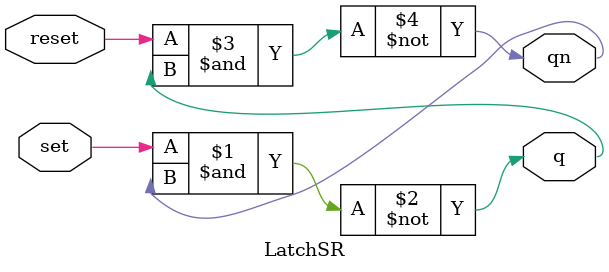
<source format=v>
module LatchSR (set, reset, q, qn);
	input set, reset;
	output q, qn;
	
	assign q = ~(set & qn);
	assign qn = ~(reset & q);
endmodule	
</source>
